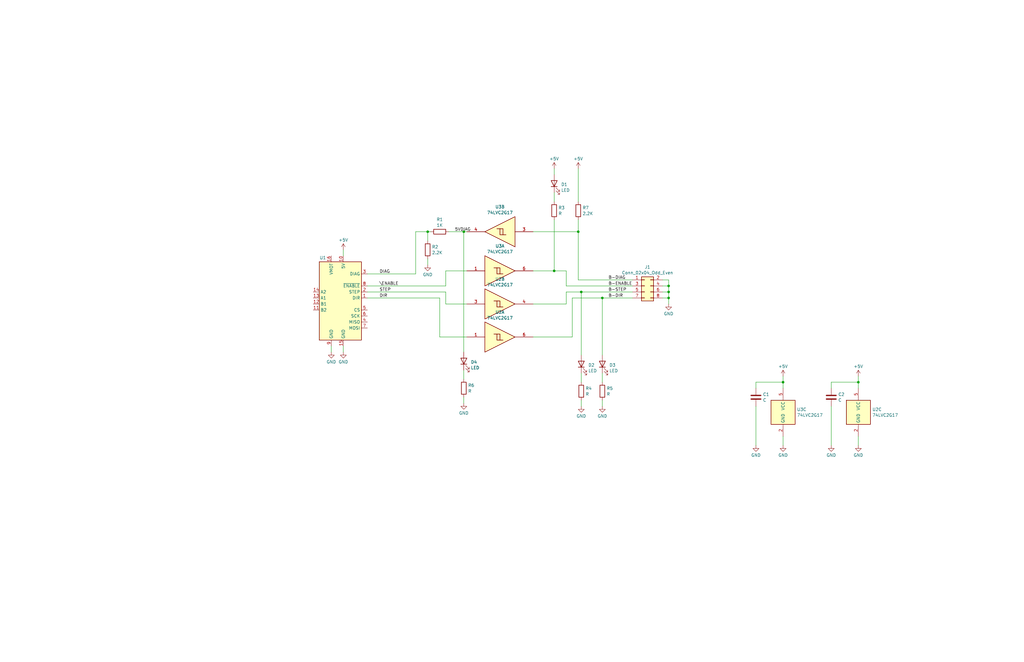
<source format=kicad_sch>
(kicad_sch (version 20230121) (generator eeschema)
  (paper "USLedger")
  (title_block (title "Main-SchDoc") (date "06 02 2023"))
  (lib_symbols
    (symbol "74xGxx:74LVC2G17"
      (property "Reference" "U" (at -1.27 7.62 0))
      (property "Value" "74LVC2G17" (at 2.54 -7.62 0))
      (symbol "74LVC2G17_1_1"
        (polyline (pts (xy -2.54 1.27) (xy -1.27 1.27) (xy -1.27 -1.27)) (stroke (width 0.254)) (fill (type background)))
        (polyline (pts (xy -7.62 6.35) (xy -7.62 -6.35) (xy 5.08 0) (xy -7.62 6.35)) (stroke (width 0.254)) (fill (type background)))
        (polyline (pts (xy -3.81 1.27) (xy -2.54 1.27) (xy -2.54 -1.27) (xy 0 -1.27)) (stroke (width 0.254)) (fill (type background)))
        (pin input line (at -15.24 0 0) (length 7.62) (name "~") (number "1"))
        (pin output line (at 12.7 0 180) (length 7.62) (name "~") (number "6"))
      )
      (symbol "74LVC2G17_2_1"
        (polyline (pts (xy -2.54 1.27) (xy -1.27 1.27) (xy -1.27 -1.27)) (stroke (width 0.254)) (fill (type background)))
        (polyline (pts (xy -7.62 6.35) (xy -7.62 -6.35) (xy 5.08 0) (xy -7.62 6.35)) (stroke (width 0.254)) (fill (type background)))
        (polyline (pts (xy -3.81 1.27) (xy -2.54 1.27) (xy -2.54 -1.27) (xy 0 -1.27)) (stroke (width 0.254)) (fill (type background)))
        (pin input line (at -15.24 0 0) (length 7.62) (name "~") (number "3"))
        (pin output line (at 12.7 0 180) (length 7.62) (name "~") (number "4"))
      )
      (symbol "74LVC2G17_3_0"
        (rectangle (start -5.08 -5.08) (end 5.08 5.08) (stroke (width 0.254)) (fill (type background)))
      )
      (symbol "74LVC2G17_3_1"
        (pin power_in line (at 0 -10.16 90) (length 5.08) (name "GND") (number "2"))
        (pin power_in line (at 0 10.16 270) (length 5.08) (name "VCC") (number "5"))
      )
    )
    (symbol "Connector_Generic:Conn_02x04_Odd_Even" (pin_names (offset 1.016) hide)
      (property "Reference" "J" (at 1.27 5.08 0))
      (property "Value" "Conn_02x04_Odd_Even" (at 1.27 -7.62 0))
      (symbol "Conn_02x04_Odd_Even_1_1"
        (rectangle (start -1.27 -4.953) (end 0 -5.207) (stroke (width 0.1524)))
        (rectangle (start -1.27 -2.413) (end 0 -2.667) (stroke (width 0.1524)))
        (rectangle (start -1.27 0.127) (end 0 -0.127) (stroke (width 0.1524)))
        (rectangle (start -1.27 2.667) (end 0 2.413) (stroke (width 0.1524)))
        (rectangle (start -1.27 3.81) (end 3.81 -6.35) (stroke (width 0.254)) (fill (type background)))
        (rectangle (start 3.81 -4.953) (end 2.54 -5.207) (stroke (width 0.1524)))
        (rectangle (start 3.81 -2.413) (end 2.54 -2.667) (stroke (width 0.1524)))
        (rectangle (start 3.81 0.127) (end 2.54 -0.127) (stroke (width 0.1524)))
        (rectangle (start 3.81 2.667) (end 2.54 2.413) (stroke (width 0.1524)))
        (pin passive line (at -5.08 2.54 0) (length 3.81) (name "Pin_1") (number "1"))
        (pin passive line (at 7.62 2.54 180) (length 3.81) (name "Pin_2") (number "2"))
        (pin passive line (at -5.08 0 0) (length 3.81) (name "Pin_3") (number "3"))
        (pin passive line (at 7.62 0 180) (length 3.81) (name "Pin_4") (number "4"))
        (pin passive line (at -5.08 -2.54 0) (length 3.81) (name "Pin_5") (number "5"))
        (pin passive line (at 7.62 -2.54 180) (length 3.81) (name "Pin_6") (number "6"))
        (pin passive line (at -5.08 -5.08 0) (length 3.81) (name "Pin_7") (number "7"))
        (pin passive line (at 7.62 -5.08 180) (length 3.81) (name "Pin_8") (number "8"))
      )
    )
    (symbol "Device:C" (pin_numbers hide) (pin_names (offset 0.254))
      (property "Reference" "C" (at 0.635 2.54 0))
      (property "Value" "C" (at 0.635 -2.54 0))
      (symbol "C_0_1"
        (polyline (pts (xy -2.032 -0.762) (xy 2.032 -0.762)) (stroke (width 0.508)))
        (polyline (pts (xy -2.032 0.762) (xy 2.032 0.762)) (stroke (width 0.508)))
      )
      (symbol "C_1_1"
        (pin passive line (at 0 3.81 270) (length 2.794) (name "~") (number "1"))
        (pin passive line (at 0 -3.81 90) (length 2.794) (name "~") (number "2"))
      )
    )
    (symbol "Device:LED" (pin_numbers hide) (pin_names (offset 1.016) hide)
      (property "Reference" "D" (at 0 2.54 0))
      (property "Value" "LED" (at 0 -2.54 0))
      (symbol "LED_0_1"
        (polyline (pts (xy -1.27 -1.27) (xy -1.27 1.27)) (stroke (width 0.254)))
        (polyline (pts (xy -1.27 0) (xy 1.27 0)))
        (polyline (pts (xy 1.27 -1.27) (xy 1.27 1.27) (xy -1.27 0) (xy 1.27 -1.27)) (stroke (width 0.254)))
        (polyline (pts (xy -3.048 -0.762) (xy -4.572 -2.286) (xy -3.81 -2.286) (xy -4.572 -2.286) (xy -4.572 -1.524)))
        (polyline (pts (xy -1.778 -0.762) (xy -3.302 -2.286) (xy -2.54 -2.286) (xy -3.302 -2.286) (xy -3.302 -1.524)))
      )
      (symbol "LED_1_1"
        (pin passive line (at -3.81 0 0) (length 2.54) (name "K") (number "1"))
        (pin passive line (at 3.81 0 180) (length 2.54) (name "A") (number "2"))
      )
    )
    (symbol "Device:R" (pin_numbers hide) (pin_names (offset 0))
      (property "Reference" "R" (at 2.032 0 90))
      (property "Value" "R" (at 0 0 90))
      (symbol "R_0_1"
        (rectangle (start -1.016 -2.54) (end 1.016 2.54) (stroke (width 0.254)))
      )
      (symbol "R_1_1"
        (pin passive line (at 0 3.81 270) (length 1.27) (name "~") (number "1"))
        (pin passive line (at 0 -3.81 90) (length 1.27) (name "~") (number "2"))
      )
    )
    (symbol "custom:ez-driver-connector"
      (property "Reference" "U" (at -2.54 19.05 0))
      (symbol "ez-driver-connector_0_1"
        (rectangle (start 10.16 -17.78) (end -7.62 15.24) (stroke (width 0.254)) (fill (type background)))
      )
      (symbol "ez-driver-connector_1_1"
        (pin input line (at -10.16 0 0) (length 2.54) (name "DIR") (number "1"))
        (pin power_in line (at 0 17.78 270) (length 2.54) (name "5V") (number "10"))
        (pin output line (at 12.7 -5.08 180) (length 2.54) (name "B2") (number "11"))
        (pin output line (at 12.7 -2.54 180) (length 2.54) (name "B1") (number "12"))
        (pin output line (at 12.7 0 180) (length 2.54) (name "A1") (number "13"))
        (pin output line (at 12.7 2.54 180) (length 2.54) (name "A2") (number "14"))
        (pin power_in line (at 0 -20.32 90) (length 2.54) (name "GND") (number "15"))
        (pin power_in line (at 5.08 17.78 270) (length 2.54) (name "VMOT") (number "16"))
        (pin input line (at -10.16 2.54 0) (length 2.54) (name "STEP") (number "2"))
        (pin input line (at -10.16 10.16 0) (length 2.54) (name "DIAG") (number "3"))
        (pin input line (at -10.16 -10.16 0) (length 2.54) (name "MISO") (number "4"))
        (pin input line (at -10.16 -5.08 0) (length 2.54) (name "CS") (number "5"))
        (pin input line (at -10.16 -7.62 0) (length 2.54) (name "SCK") (number "6"))
        (pin input line (at -10.16 -12.7 0) (length 2.54) (name "MOSI") (number "7"))
        (pin input line (at -10.16 5.08 0) (length 2.54) (name "~{ENABLE}") (number "8"))
        (pin power_in line (at 5.08 -20.32 90) (length 2.54) (name "GND") (number "9"))
      )
    )
    (symbol "power:+5V" (power) (pin_names (offset 0))
      (property "Value" "+5V" (at 0 3.556 0))
      (symbol "+5V_0_1"
        (polyline (pts (xy -0.762 1.27) (xy 0 2.54)))
        (polyline (pts (xy 0 0) (xy 0 2.54)))
        (polyline (pts (xy 0 2.54) (xy 0.762 1.27)))
      )
      (symbol "+5V_1_1"
        (pin power_in line (at 0 0 90) (length 0) hide (name "+5V") (number "1"))
      )
    )
    (symbol "power:GND" (power) (pin_names (offset 0))
      (property "Value" "GND" (at 0 -3.81 0))
      (symbol "GND_0_1"
        (polyline (pts (xy 0 0) (xy 0 -1.27) (xy 1.27 -1.27) (xy 0 -2.54) (xy -1.27 -1.27) (xy 0 -1.27)))
      )
      (symbol "GND_1_1"
        (pin power_in line (at 0 0 270) (length 0) hide (name "GND") (number "1"))
      )
    )
  )
  (junction (at 281.94 120.65))
  (junction (at 254 125.73))
  (junction (at 180.34 97.79))
  (junction (at 281.94 125.73))
  (junction (at 330.2 161.29))
  (junction (at 233.68 114.3))
  (junction (at 243.84 97.79))
  (junction (at 361.95 161.29))
  (junction (at 281.94 123.19))
  (junction (at 195.58 97.79))
  (junction (at 245.11 123.19))
  (wire (pts (xy 281.94 123.19) (xy 281.94 120.65)))
  (wire (pts (xy 154.94 115.57) (xy 175.26 115.57)))
  (wire (pts (xy 243.84 71.12) (xy 243.84 85.09)))
  (wire (pts (xy 254 157.48) (xy 254 161.29)))
  (wire (pts (xy 154.94 123.19) (xy 187.96 123.19)))
  (wire (pts (xy 233.68 114.3) (xy 238.76 114.3)))
  (wire (pts (xy 254 168.91) (xy 254 171.45)))
  (wire (pts (xy 350.52 171.45) (xy 350.52 187.96)))
  (wire (pts (xy 180.34 97.79) (xy 180.34 101.6)))
  (wire (pts (xy 185.42 142.24) (xy 185.42 125.73)))
  (wire (pts (xy 196.85 142.24) (xy 185.42 142.24)))
  (wire (pts (xy 350.52 161.29) (xy 361.95 161.29)))
  (wire (pts (xy 187.96 128.27) (xy 196.85 128.27)))
  (wire (pts (xy 245.11 123.19) (xy 266.7 123.19)))
  (wire (pts (xy 281.94 120.65) (xy 279.4 120.65)))
  (wire (pts (xy 144.78 146.05) (xy 144.78 148.59)))
  (wire (pts (xy 189.23 97.79) (xy 195.58 97.79)))
  (wire (pts (xy 318.77 171.45) (xy 318.77 187.96)))
  (wire (pts (xy 187.96 114.3) (xy 196.85 114.3)))
  (wire (pts (xy 266.7 120.65) (xy 238.76 120.65)))
  (wire (pts (xy 233.68 92.71) (xy 233.68 114.3)))
  (wire (pts (xy 330.2 161.29) (xy 330.2 163.83)))
  (wire (pts (xy 243.84 92.71) (xy 243.84 97.79)))
  (wire (pts (xy 243.84 97.79) (xy 243.84 118.11)))
  (wire (pts (xy 281.94 128.27) (xy 281.94 125.73)))
  (wire (pts (xy 195.58 156.21) (xy 195.58 160.02)))
  (wire (pts (xy 175.26 115.57) (xy 175.26 97.79)))
  (wire (pts (xy 224.79 128.27) (xy 238.76 128.27)))
  (wire (pts (xy 318.77 161.29) (xy 330.2 161.29)))
  (wire (pts (xy 238.76 120.65) (xy 238.76 114.3)))
  (wire (pts (xy 181.61 97.79) (xy 180.34 97.79)))
  (wire (pts (xy 195.58 97.79) (xy 196.85 97.79)))
  (wire (pts (xy 175.26 97.79) (xy 180.34 97.79)))
  (wire (pts (xy 180.34 111.76) (xy 180.34 109.22)))
  (wire (pts (xy 361.95 161.29) (xy 361.95 163.83)))
  (wire (pts (xy 318.77 163.83) (xy 318.77 161.29)))
  (wire (pts (xy 139.7 146.05) (xy 139.7 148.59)))
  (wire (pts (xy 361.95 158.75) (xy 361.95 161.29)))
  (wire (pts (xy 245.11 168.91) (xy 245.11 171.45)))
  (wire (pts (xy 187.96 120.65) (xy 187.96 114.3)))
  (wire (pts (xy 243.84 118.11) (xy 266.7 118.11)))
  (wire (pts (xy 144.78 105.41) (xy 144.78 107.95)))
  (wire (pts (xy 195.58 167.64) (xy 195.58 170.18)))
  (wire (pts (xy 233.68 71.12) (xy 233.68 73.66)))
  (wire (pts (xy 245.11 149.86) (xy 245.11 123.19)))
  (wire (pts (xy 245.11 157.48) (xy 245.11 161.29)))
  (wire (pts (xy 281.94 123.19) (xy 279.4 123.19)))
  (wire (pts (xy 238.76 128.27) (xy 238.76 123.19)))
  (wire (pts (xy 224.79 97.79) (xy 243.84 97.79)))
  (wire (pts (xy 281.94 118.11) (xy 279.4 118.11)))
  (wire (pts (xy 350.52 163.83) (xy 350.52 161.29)))
  (wire (pts (xy 254 149.86) (xy 254 125.73)))
  (wire (pts (xy 361.95 184.15) (xy 361.95 187.96)))
  (wire (pts (xy 241.3 125.73) (xy 254 125.73)))
  (wire (pts (xy 224.79 114.3) (xy 233.68 114.3)))
  (wire (pts (xy 241.3 125.73) (xy 241.3 142.24)))
  (wire (pts (xy 185.42 125.73) (xy 154.94 125.73)))
  (wire (pts (xy 238.76 123.19) (xy 245.11 123.19)))
  (wire (pts (xy 233.68 81.28) (xy 233.68 85.09)))
  (wire (pts (xy 281.94 125.73) (xy 279.4 125.73)))
  (wire (pts (xy 241.3 142.24) (xy 224.79 142.24)))
  (wire (pts (xy 154.94 120.65) (xy 187.96 120.65)))
  (wire (pts (xy 187.96 123.19) (xy 187.96 128.27)))
  (wire (pts (xy 330.2 184.15) (xy 330.2 187.96)))
  (wire (pts (xy 195.58 148.59) (xy 195.58 97.79)))
  (wire (pts (xy 281.94 120.65) (xy 281.94 118.11)))
  (wire (pts (xy 254 125.73) (xy 266.7 125.73)))
  (wire (pts (xy 330.2 158.75) (xy 330.2 161.29)))
  (wire (pts (xy 281.94 125.73) (xy 281.94 123.19)))
  (label "B-ENABLE" (at 256.54 120.65 0))
  (label "B-DIR" (at 256.54 125.73 0))
  (label "STEP" (at 160.02 123.19 0))
  (label "B-DIAG" (at 256.54 118.11 0))
  (label "DIAG" (at 160.02 115.57 0))
  (label "DIR" (at 160.02 125.73 0))
  (label "B-STEP" (at 256.54 123.19 0))
  (label "\\ENABLE" (at 160.02 120.65 0))
  (label "5VDIAG" (at 191.77 97.79 0))
  (symbol (lib_id "power:GND") (at 144.78 148.59 0) (mirror y) (unit 1)
    (property "Reference" "#PWR02" (effects hide))
    (property "Value" "GND" (at 144.78 152.7231 0))
  )
  (symbol (lib_id "74xGxx:74LVC2G17") (at 209.55 97.79 180) (unit 2)
    (property "Reference" "U3" (at 210.82 87.2957 0))
    (property "Value" "74LVC2G17" (at 210.82 89.7199 0))
    (property "Footprint" "Package_TO_SOT_SMD:SOT-363_SC-70-6" (effects hide))
    (property "Datasheet" "http://www.ti.com/lit/sg/scyt129e/scyt129e.pdf" (effects hide))
  )
  (symbol (lib_id "Device:R") (at 245.11 165.1 180) (unit 1)
    (property "Reference" "R4" (at 246.888 163.8879 0) (effects (justify right)))
    (property "Value" "R" (at 246.888 166.3121 0) (effects (justify right)))
    (property "Footprint" "Resistor_SMD:R_0603_1608Metric" (effects hide))
  )
  (symbol (lib_id "Device:LED") (at 233.68 77.47 90) (unit 1)
    (property "Reference" "D1" (at 236.601 77.8454 90) (effects (justify right)))
    (property "Value" "LED" (at 236.601 80.2696 90) (effects (justify right)))
    (property "Footprint" "LED_SMD:LED_0603_1608Metric" (effects hide))
  )
  (symbol (lib_id "power:+5V") (at 243.84 71.12 0) (mirror y) (unit 1)
    (property "Reference" "#PWR016" (effects hide))
    (property "Value" "+5V" (at 243.84 66.9869 0))
  )
  (symbol (lib_id "power:+5V") (at 233.68 71.12 0) (mirror y) (unit 1)
    (property "Reference" "#PWR012" (effects hide))
    (property "Value" "+5V" (at 233.68 66.9869 0))
  )
  (symbol (lib_id "74xGxx:74LVC2G17") (at 330.2 173.99 0) (unit 3)
    (property "Reference" "U3" (at 336.042 172.7779 0) (effects (justify left)))
    (property "Value" "74LVC2G17" (at 336.042 175.2021 0) (effects (justify left)))
    (property "Footprint" "Package_TO_SOT_SMD:SOT-363_SC-70-6" (effects hide))
    (property "Datasheet" "http://www.ti.com/lit/sg/scyt129e/scyt129e.pdf" (effects hide))
  )
  (symbol (lib_id "power:GND") (at 139.7 148.59 0) (mirror y) (unit 1)
    (property "Reference" "#PWR03" (effects hide))
    (property "Value" "GND" (at 139.7 152.7231 0))
  )
  (symbol (lib_id "74xGxx:74LVC2G17") (at 212.09 128.27 0) (unit 2)
    (property "Reference" "U2" (at 210.82 117.7757 0))
    (property "Value" "74LVC2G17" (at 210.82 120.1999 0))
    (property "Footprint" "Package_TO_SOT_SMD:SOT-363_SC-70-6" (effects hide))
    (property "Datasheet" "http://www.ti.com/lit/sg/scyt129e/scyt129e.pdf" (effects hide))
  )
  (symbol (lib_id "Device:C") (at 350.52 167.64 0) (unit 1)
    (property "Reference" "C2" (at 353.441 166.4279 0) (effects (justify left)))
    (property "Value" "C" (at 353.441 168.8521 0) (effects (justify left)))
    (property "Footprint" "Capacitor_SMD:C_0603_1608Metric" (effects hide))
  )
  (symbol (lib_id "Device:LED") (at 195.58 152.4 90) (unit 1)
    (property "Reference" "D4" (at 198.501 152.7754 90) (effects (justify right)))
    (property "Value" "LED" (at 198.501 155.1996 90) (effects (justify right)))
    (property "Footprint" "LED_SMD:LED_0603_1608Metric" (effects hide))
  )
  (symbol (lib_id "power:GND") (at 281.94 128.27 0) (mirror y) (unit 1)
    (property "Reference" "#PWR05" (effects hide))
    (property "Value" "GND" (at 281.94 132.4031 0))
  )
  (symbol (lib_id "Device:C") (at 318.77 167.64 0) (unit 1)
    (property "Reference" "C1" (at 321.691 166.4279 0) (effects (justify left)))
    (property "Value" "C" (at 321.691 168.8521 0) (effects (justify left)))
    (property "Footprint" "Capacitor_SMD:C_0603_1608Metric" (effects hide))
  )
  (symbol (lib_id "74xGxx:74LVC2G17") (at 212.09 114.3 0) (unit 1)
    (property "Reference" "U3" (at 210.82 103.8057 0))
    (property "Value" "74LVC2G17" (at 210.82 106.2299 0))
    (property "Footprint" "Package_TO_SOT_SMD:SOT-363_SC-70-6" (effects hide))
    (property "Datasheet" "http://www.ti.com/lit/sg/scyt129e/scyt129e.pdf" (effects hide))
  )
  (symbol (lib_id "power:GND") (at 245.11 171.45 0) (mirror y) (unit 1)
    (property "Reference" "#PWR014" (effects hide))
    (property "Value" "GND" (at 245.11 175.5831 0))
  )
  (symbol (lib_id "custom:ez-driver-connector") (at 144.78 125.73 0) (mirror y) (unit 1)
    (property "Reference" "U1" (at 137.5059 108.7699 0) (effects (justify left)))
    (property "Value" "EZ Driver Interface" (effects hide))
    (property "Footprint" "custom:EZ_Stepper_Edge_Connector" (effects hide))
  )
  (symbol (lib_id "power:GND") (at 254 171.45 0) (mirror y) (unit 1)
    (property "Reference" "#PWR015" (effects hide))
    (property "Value" "GND" (at 254 175.5831 0))
  )
  (symbol (lib_id "Connector_Generic:Conn_02x04_Odd_Even") (at 271.78 120.65 0) (unit 1)
    (property "Reference" "J1" (at 273.05 112.6957 0))
    (property "Value" "Conn_02x04_Odd_Even" (at 273.05 115.1199 0))
    (property "Footprint" "Connector_Molex:Molex_PicoBlade_53261-0871_1x08-1MP_P1.25mm_Horizontal" (effects hide))
  )
  (symbol (lib_id "74xGxx:74LVC2G17") (at 212.09 142.24 0) (unit 1)
    (property "Reference" "U2" (at 210.82 131.7457 0))
    (property "Value" "74LVC2G17" (at 210.82 134.1699 0))
    (property "Footprint" "Package_TO_SOT_SMD:SOT-363_SC-70-6" (effects hide))
    (property "Datasheet" "http://www.ti.com/lit/sg/scyt129e/scyt129e.pdf" (effects hide))
  )
  (symbol (lib_id "power:GND") (at 318.77 187.96 0) (mirror y) (unit 1)
    (property "Reference" "#PWR011" (effects hide))
    (property "Value" "GND" (at 318.77 192.0931 0))
  )
  (symbol (lib_id "Device:R") (at 195.58 163.83 180) (unit 1)
    (property "Reference" "R6" (at 197.358 162.6179 0) (effects (justify right)))
    (property "Value" "R" (at 197.358 165.0421 0) (effects (justify right)))
    (property "Footprint" "Resistor_SMD:R_0603_1608Metric" (effects hide))
  )
  (symbol (lib_id "Device:LED") (at 245.11 153.67 90) (unit 1)
    (property "Reference" "D2" (at 248.031 154.0454 90) (effects (justify right)))
    (property "Value" "LED" (at 248.031 156.4696 90) (effects (justify right)))
    (property "Footprint" "LED_SMD:LED_0603_1608Metric" (effects hide))
  )
  (symbol (lib_id "Device:R") (at 254 165.1 180) (unit 1)
    (property "Reference" "R5" (at 255.778 163.8879 0) (effects (justify right)))
    (property "Value" "R" (at 255.778 166.3121 0) (effects (justify right)))
    (property "Footprint" "Resistor_SMD:R_0603_1608Metric" (effects hide))
  )
  (symbol (lib_id "Device:R") (at 180.34 105.41 180) (unit 1)
    (property "Reference" "R2" (at 182.118 104.1979 0) (effects (justify right)))
    (property "Value" "2.2K" (at 182.118 106.6221 0) (effects (justify right)))
    (property "Footprint" "Resistor_SMD:R_0603_1608Metric" (effects hide))
  )
  (symbol (lib_id "Device:R") (at 233.68 88.9 180) (unit 1)
    (property "Reference" "R3" (at 235.458 87.6879 0) (effects (justify right)))
    (property "Value" "R" (at 235.458 90.1121 0) (effects (justify right)))
    (property "Footprint" "Resistor_SMD:R_0603_1608Metric" (effects hide))
  )
  (symbol (lib_id "power:GND") (at 180.34 111.76 0) (mirror y) (unit 1)
    (property "Reference" "#PWR04" (effects hide))
    (property "Value" "GND" (at 180.34 115.8931 0))
  )
  (symbol (lib_id "power:+5V") (at 330.2 158.75 0) (mirror y) (unit 1)
    (property "Reference" "#PWR06" (effects hide))
    (property "Value" "+5V" (at 330.2 154.6169 0))
  )
  (symbol (lib_id "74xGxx:74LVC2G17") (at 361.95 173.99 0) (unit 3)
    (property "Reference" "U2" (at 367.792 172.7779 0) (effects (justify left)))
    (property "Value" "74LVC2G17" (at 367.792 175.2021 0) (effects (justify left)))
    (property "Footprint" "Package_TO_SOT_SMD:SOT-363_SC-70-6" (effects hide))
    (property "Datasheet" "http://www.ti.com/lit/sg/scyt129e/scyt129e.pdf" (effects hide))
  )
  (symbol (lib_id "power:GND") (at 195.58 170.18 0) (mirror y) (unit 1)
    (property "Reference" "#PWR013" (effects hide))
    (property "Value" "GND" (at 195.58 174.3131 0))
  )
  (symbol (lib_id "power:+5V") (at 144.78 105.41 0) (mirror y) (unit 1)
    (property "Reference" "#PWR01" (effects hide))
    (property "Value" "+5V" (at 144.78 101.2769 0))
  )
  (symbol (lib_id "Device:LED") (at 254 153.67 90) (unit 1)
    (property "Reference" "D3" (at 256.921 154.0454 90) (effects (justify right)))
    (property "Value" "LED" (at 256.921 156.4696 90) (effects (justify right)))
    (property "Footprint" "LED_SMD:LED_0603_1608Metric" (effects hide))
  )
  (symbol (lib_id "power:+5V") (at 361.95 158.75 0) (mirror y) (unit 1)
    (property "Reference" "#PWR07" (effects hide))
    (property "Value" "+5V" (at 361.95 154.6169 0))
  )
  (symbol (lib_id "Device:R") (at 243.84 88.9 180) (unit 1)
    (property "Reference" "R7" (at 245.618 87.6879 0) (effects (justify right)))
    (property "Value" "2.2K" (at 245.618 90.1121 0) (effects (justify right)))
    (property "Footprint" "Resistor_SMD:R_0603_1608Metric" (effects hide))
  )
  (symbol (lib_id "power:GND") (at 330.2 187.96 0) (mirror y) (unit 1)
    (property "Reference" "#PWR08" (effects hide))
    (property "Value" "GND" (at 330.2 192.0931 0))
  )
  (symbol (lib_id "Device:R") (at 185.42 97.79 90) (unit 1)
    (property "Reference" "R1" (at 185.42 92.6297 90))
    (property "Value" "1K" (at 185.42 95.0539 90))
    (property "Footprint" "Resistor_SMD:R_0603_1608Metric" (effects hide))
  )
  (symbol (lib_id "power:GND") (at 361.95 187.96 0) (mirror y) (unit 1)
    (property "Reference" "#PWR09" (effects hide))
    (property "Value" "GND" (at 361.95 192.0931 0))
  )
  (symbol (lib_id "power:GND") (at 350.52 187.96 0) (mirror y) (unit 1)
    (property "Reference" "#PWR010" (effects hide))
    (property "Value" "GND" (at 350.52 192.0931 0))
  )
)
</source>
